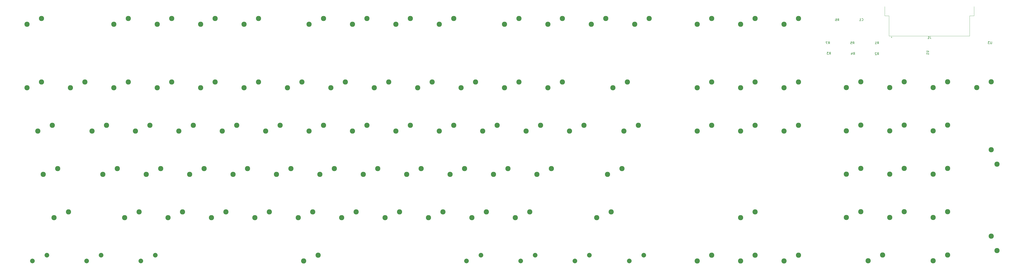
<source format=gbr>
G04 #@! TF.GenerationSoftware,KiCad,Pcbnew,7.0.1*
G04 #@! TF.CreationDate,2024-09-21T18:31:00-05:00*
G04 #@! TF.ProjectId,C128DKEYBOARD,43313238-444b-4455-9942-4f4152442e6b,3.3*
G04 #@! TF.SameCoordinates,Original*
G04 #@! TF.FileFunction,Legend,Bot*
G04 #@! TF.FilePolarity,Positive*
%FSLAX46Y46*%
G04 Gerber Fmt 4.6, Leading zero omitted, Abs format (unit mm)*
G04 Created by KiCad (PCBNEW 7.0.1) date 2024-09-21 18:31:00*
%MOMM*%
%LPD*%
G01*
G04 APERTURE LIST*
%ADD10C,0.150000*%
%ADD11C,0.120000*%
%ADD12C,2.286000*%
%ADD13C,2.032000*%
G04 APERTURE END LIST*
D10*
X433693866Y-139846419D02*
X434027199Y-139370228D01*
X434265294Y-139846419D02*
X434265294Y-138846419D01*
X434265294Y-138846419D02*
X433884342Y-138846419D01*
X433884342Y-138846419D02*
X433789104Y-138894038D01*
X433789104Y-138894038D02*
X433741485Y-138941657D01*
X433741485Y-138941657D02*
X433693866Y-139036895D01*
X433693866Y-139036895D02*
X433693866Y-139179752D01*
X433693866Y-139179752D02*
X433741485Y-139274990D01*
X433741485Y-139274990D02*
X433789104Y-139322609D01*
X433789104Y-139322609D02*
X433884342Y-139370228D01*
X433884342Y-139370228D02*
X434265294Y-139370228D01*
X432741485Y-139846419D02*
X433312913Y-139846419D01*
X433027199Y-139846419D02*
X433027199Y-138846419D01*
X433027199Y-138846419D02*
X433122437Y-138989276D01*
X433122437Y-138989276D02*
X433217675Y-139084514D01*
X433217675Y-139084514D02*
X433312913Y-139132133D01*
X483930704Y-138802019D02*
X483930704Y-139611542D01*
X483930704Y-139611542D02*
X483883085Y-139706780D01*
X483883085Y-139706780D02*
X483835466Y-139754400D01*
X483835466Y-139754400D02*
X483740228Y-139802019D01*
X483740228Y-139802019D02*
X483549752Y-139802019D01*
X483549752Y-139802019D02*
X483454514Y-139754400D01*
X483454514Y-139754400D02*
X483406895Y-139706780D01*
X483406895Y-139706780D02*
X483359276Y-139611542D01*
X483359276Y-139611542D02*
X483359276Y-138802019D01*
X482978323Y-138802019D02*
X482359276Y-138802019D01*
X482359276Y-138802019D02*
X482692609Y-139182971D01*
X482692609Y-139182971D02*
X482549752Y-139182971D01*
X482549752Y-139182971D02*
X482454514Y-139230590D01*
X482454514Y-139230590D02*
X482406895Y-139278209D01*
X482406895Y-139278209D02*
X482359276Y-139373447D01*
X482359276Y-139373447D02*
X482359276Y-139611542D01*
X482359276Y-139611542D02*
X482406895Y-139706780D01*
X482406895Y-139706780D02*
X482454514Y-139754400D01*
X482454514Y-139754400D02*
X482549752Y-139802019D01*
X482549752Y-139802019D02*
X482835466Y-139802019D01*
X482835466Y-139802019D02*
X482930704Y-139754400D01*
X482930704Y-139754400D02*
X482978323Y-139706780D01*
X433668466Y-144658419D02*
X434001799Y-144182228D01*
X434239894Y-144658419D02*
X434239894Y-143658419D01*
X434239894Y-143658419D02*
X433858942Y-143658419D01*
X433858942Y-143658419D02*
X433763704Y-143706038D01*
X433763704Y-143706038D02*
X433716085Y-143753657D01*
X433716085Y-143753657D02*
X433668466Y-143848895D01*
X433668466Y-143848895D02*
X433668466Y-143991752D01*
X433668466Y-143991752D02*
X433716085Y-144086990D01*
X433716085Y-144086990D02*
X433763704Y-144134609D01*
X433763704Y-144134609D02*
X433858942Y-144182228D01*
X433858942Y-144182228D02*
X434239894Y-144182228D01*
X433287513Y-143753657D02*
X433239894Y-143706038D01*
X433239894Y-143706038D02*
X433144656Y-143658419D01*
X433144656Y-143658419D02*
X432906561Y-143658419D01*
X432906561Y-143658419D02*
X432811323Y-143706038D01*
X432811323Y-143706038D02*
X432763704Y-143753657D01*
X432763704Y-143753657D02*
X432716085Y-143848895D01*
X432716085Y-143848895D02*
X432716085Y-143944133D01*
X432716085Y-143944133D02*
X432763704Y-144086990D01*
X432763704Y-144086990D02*
X433335132Y-144658419D01*
X433335132Y-144658419D02*
X432716085Y-144658419D01*
X455219819Y-142915895D02*
X456029342Y-142915895D01*
X456029342Y-142915895D02*
X456124580Y-142963514D01*
X456124580Y-142963514D02*
X456172200Y-143011133D01*
X456172200Y-143011133D02*
X456219819Y-143106371D01*
X456219819Y-143106371D02*
X456219819Y-143296847D01*
X456219819Y-143296847D02*
X456172200Y-143392085D01*
X456172200Y-143392085D02*
X456124580Y-143439704D01*
X456124580Y-143439704D02*
X456029342Y-143487323D01*
X456029342Y-143487323D02*
X455219819Y-143487323D01*
X456219819Y-144487323D02*
X456219819Y-143915895D01*
X456219819Y-144201609D02*
X455219819Y-144201609D01*
X455219819Y-144201609D02*
X455362676Y-144106371D01*
X455362676Y-144106371D02*
X455457914Y-144011133D01*
X455457914Y-144011133D02*
X455505533Y-143915895D01*
X412611866Y-144455219D02*
X412945199Y-143979028D01*
X413183294Y-144455219D02*
X413183294Y-143455219D01*
X413183294Y-143455219D02*
X412802342Y-143455219D01*
X412802342Y-143455219D02*
X412707104Y-143502838D01*
X412707104Y-143502838D02*
X412659485Y-143550457D01*
X412659485Y-143550457D02*
X412611866Y-143645695D01*
X412611866Y-143645695D02*
X412611866Y-143788552D01*
X412611866Y-143788552D02*
X412659485Y-143883790D01*
X412659485Y-143883790D02*
X412707104Y-143931409D01*
X412707104Y-143931409D02*
X412802342Y-143979028D01*
X412802342Y-143979028D02*
X413183294Y-143979028D01*
X412278532Y-143455219D02*
X411659485Y-143455219D01*
X411659485Y-143455219D02*
X411992818Y-143836171D01*
X411992818Y-143836171D02*
X411849961Y-143836171D01*
X411849961Y-143836171D02*
X411754723Y-143883790D01*
X411754723Y-143883790D02*
X411707104Y-143931409D01*
X411707104Y-143931409D02*
X411659485Y-144026647D01*
X411659485Y-144026647D02*
X411659485Y-144264742D01*
X411659485Y-144264742D02*
X411707104Y-144359980D01*
X411707104Y-144359980D02*
X411754723Y-144407600D01*
X411754723Y-144407600D02*
X411849961Y-144455219D01*
X411849961Y-144455219D02*
X412135675Y-144455219D01*
X412135675Y-144455219D02*
X412230913Y-144407600D01*
X412230913Y-144407600D02*
X412278532Y-144359980D01*
X422923866Y-139846419D02*
X423257199Y-139370228D01*
X423495294Y-139846419D02*
X423495294Y-138846419D01*
X423495294Y-138846419D02*
X423114342Y-138846419D01*
X423114342Y-138846419D02*
X423019104Y-138894038D01*
X423019104Y-138894038D02*
X422971485Y-138941657D01*
X422971485Y-138941657D02*
X422923866Y-139036895D01*
X422923866Y-139036895D02*
X422923866Y-139179752D01*
X422923866Y-139179752D02*
X422971485Y-139274990D01*
X422971485Y-139274990D02*
X423019104Y-139322609D01*
X423019104Y-139322609D02*
X423114342Y-139370228D01*
X423114342Y-139370228D02*
X423495294Y-139370228D01*
X422019104Y-138846419D02*
X422495294Y-138846419D01*
X422495294Y-138846419D02*
X422542913Y-139322609D01*
X422542913Y-139322609D02*
X422495294Y-139274990D01*
X422495294Y-139274990D02*
X422400056Y-139227371D01*
X422400056Y-139227371D02*
X422161961Y-139227371D01*
X422161961Y-139227371D02*
X422066723Y-139274990D01*
X422066723Y-139274990D02*
X422019104Y-139322609D01*
X422019104Y-139322609D02*
X421971485Y-139417847D01*
X421971485Y-139417847D02*
X421971485Y-139655942D01*
X421971485Y-139655942D02*
X422019104Y-139751180D01*
X422019104Y-139751180D02*
X422066723Y-139798800D01*
X422066723Y-139798800D02*
X422161961Y-139846419D01*
X422161961Y-139846419D02*
X422400056Y-139846419D01*
X422400056Y-139846419D02*
X422495294Y-139798800D01*
X422495294Y-139798800D02*
X422542913Y-139751180D01*
X426835866Y-129551780D02*
X426883485Y-129599400D01*
X426883485Y-129599400D02*
X427026342Y-129647019D01*
X427026342Y-129647019D02*
X427121580Y-129647019D01*
X427121580Y-129647019D02*
X427264437Y-129599400D01*
X427264437Y-129599400D02*
X427359675Y-129504161D01*
X427359675Y-129504161D02*
X427407294Y-129408923D01*
X427407294Y-129408923D02*
X427454913Y-129218447D01*
X427454913Y-129218447D02*
X427454913Y-129075590D01*
X427454913Y-129075590D02*
X427407294Y-128885114D01*
X427407294Y-128885114D02*
X427359675Y-128789876D01*
X427359675Y-128789876D02*
X427264437Y-128694638D01*
X427264437Y-128694638D02*
X427121580Y-128647019D01*
X427121580Y-128647019D02*
X427026342Y-128647019D01*
X427026342Y-128647019D02*
X426883485Y-128694638D01*
X426883485Y-128694638D02*
X426835866Y-128742257D01*
X425883485Y-129647019D02*
X426454913Y-129647019D01*
X426169199Y-129647019D02*
X426169199Y-128647019D01*
X426169199Y-128647019D02*
X426264437Y-128789876D01*
X426264437Y-128789876D02*
X426359675Y-128885114D01*
X426359675Y-128885114D02*
X426454913Y-128932733D01*
X423152866Y-144582219D02*
X423486199Y-144106028D01*
X423724294Y-144582219D02*
X423724294Y-143582219D01*
X423724294Y-143582219D02*
X423343342Y-143582219D01*
X423343342Y-143582219D02*
X423248104Y-143629838D01*
X423248104Y-143629838D02*
X423200485Y-143677457D01*
X423200485Y-143677457D02*
X423152866Y-143772695D01*
X423152866Y-143772695D02*
X423152866Y-143915552D01*
X423152866Y-143915552D02*
X423200485Y-144010790D01*
X423200485Y-144010790D02*
X423248104Y-144058409D01*
X423248104Y-144058409D02*
X423343342Y-144106028D01*
X423343342Y-144106028D02*
X423724294Y-144106028D01*
X422295723Y-143915552D02*
X422295723Y-144582219D01*
X422533818Y-143534600D02*
X422771913Y-144248885D01*
X422771913Y-144248885D02*
X422152866Y-144248885D01*
X416269466Y-129697819D02*
X416602799Y-129221628D01*
X416840894Y-129697819D02*
X416840894Y-128697819D01*
X416840894Y-128697819D02*
X416459942Y-128697819D01*
X416459942Y-128697819D02*
X416364704Y-128745438D01*
X416364704Y-128745438D02*
X416317085Y-128793057D01*
X416317085Y-128793057D02*
X416269466Y-128888295D01*
X416269466Y-128888295D02*
X416269466Y-129031152D01*
X416269466Y-129031152D02*
X416317085Y-129126390D01*
X416317085Y-129126390D02*
X416364704Y-129174009D01*
X416364704Y-129174009D02*
X416459942Y-129221628D01*
X416459942Y-129221628D02*
X416840894Y-129221628D01*
X415412323Y-128697819D02*
X415602799Y-128697819D01*
X415602799Y-128697819D02*
X415698037Y-128745438D01*
X415698037Y-128745438D02*
X415745656Y-128793057D01*
X415745656Y-128793057D02*
X415840894Y-128935914D01*
X415840894Y-128935914D02*
X415888513Y-129126390D01*
X415888513Y-129126390D02*
X415888513Y-129507342D01*
X415888513Y-129507342D02*
X415840894Y-129602580D01*
X415840894Y-129602580D02*
X415793275Y-129650200D01*
X415793275Y-129650200D02*
X415698037Y-129697819D01*
X415698037Y-129697819D02*
X415507561Y-129697819D01*
X415507561Y-129697819D02*
X415412323Y-129650200D01*
X415412323Y-129650200D02*
X415364704Y-129602580D01*
X415364704Y-129602580D02*
X415317085Y-129507342D01*
X415317085Y-129507342D02*
X415317085Y-129269247D01*
X415317085Y-129269247D02*
X415364704Y-129174009D01*
X415364704Y-129174009D02*
X415412323Y-129126390D01*
X415412323Y-129126390D02*
X415507561Y-129078771D01*
X415507561Y-129078771D02*
X415698037Y-129078771D01*
X415698037Y-129078771D02*
X415793275Y-129126390D01*
X415793275Y-129126390D02*
X415840894Y-129174009D01*
X415840894Y-129174009D02*
X415888513Y-129269247D01*
X412153866Y-139846419D02*
X412487199Y-139370228D01*
X412725294Y-139846419D02*
X412725294Y-138846419D01*
X412725294Y-138846419D02*
X412344342Y-138846419D01*
X412344342Y-138846419D02*
X412249104Y-138894038D01*
X412249104Y-138894038D02*
X412201485Y-138941657D01*
X412201485Y-138941657D02*
X412153866Y-139036895D01*
X412153866Y-139036895D02*
X412153866Y-139179752D01*
X412153866Y-139179752D02*
X412201485Y-139274990D01*
X412201485Y-139274990D02*
X412249104Y-139322609D01*
X412249104Y-139322609D02*
X412344342Y-139370228D01*
X412344342Y-139370228D02*
X412725294Y-139370228D01*
X411820532Y-138846419D02*
X411153866Y-138846419D01*
X411153866Y-138846419D02*
X411582437Y-139846419D01*
X456867933Y-136538919D02*
X456867933Y-137253204D01*
X456867933Y-137253204D02*
X456915552Y-137396061D01*
X456915552Y-137396061D02*
X457010790Y-137491300D01*
X457010790Y-137491300D02*
X457153647Y-137538919D01*
X457153647Y-137538919D02*
X457248885Y-137538919D01*
X455867933Y-137538919D02*
X456439361Y-137538919D01*
X456153647Y-137538919D02*
X456153647Y-136538919D01*
X456153647Y-136538919D02*
X456248885Y-136681776D01*
X456248885Y-136681776D02*
X456344123Y-136777014D01*
X456344123Y-136777014D02*
X456439361Y-136824633D01*
D11*
X440164600Y-137030638D02*
X439914600Y-136597625D01*
X439664600Y-137030638D02*
X440164600Y-137030638D01*
X436924600Y-127496300D02*
X438854600Y-127496300D01*
X438854600Y-136336300D02*
X474214600Y-136336300D01*
X476144600Y-127496300D02*
X476144600Y-123396300D01*
X474214600Y-136336300D02*
X474214600Y-127496300D01*
X439914600Y-136597625D02*
X439664600Y-137030638D01*
X436924600Y-123396300D02*
X436924600Y-127496300D01*
X474214600Y-127496300D02*
X476144600Y-127496300D01*
X438854600Y-127496300D02*
X438854600Y-136336300D01*
D12*
X66865500Y-128651000D03*
X60515500Y-131191000D03*
X104965500Y-128651000D03*
X98615500Y-131191000D03*
X124015500Y-128651000D03*
X117665500Y-131191000D03*
X143065500Y-128651000D03*
X136715500Y-131191000D03*
X162115500Y-128651000D03*
X155765500Y-131191000D03*
X190690500Y-128651000D03*
X184340500Y-131191000D03*
X209740500Y-128651000D03*
X203390500Y-131191000D03*
X228790500Y-128651000D03*
X222440500Y-131191000D03*
X247840500Y-128651000D03*
X241490500Y-131191000D03*
X276415500Y-128651000D03*
X270065500Y-131191000D03*
X295465500Y-128651000D03*
X289115500Y-131191000D03*
X314515500Y-128651000D03*
X308165500Y-131191000D03*
X483730300Y-156514800D03*
X477380300Y-159054800D03*
X426491400Y-156540200D03*
X420141400Y-159080200D03*
X445541400Y-156540200D03*
X439191400Y-159080200D03*
X464591400Y-156540200D03*
X458241400Y-159080200D03*
X104965500Y-156591000D03*
X98615500Y-159131000D03*
X124015500Y-156591000D03*
X117665500Y-159131000D03*
X143065500Y-156591000D03*
X136715500Y-159131000D03*
X162115500Y-156591000D03*
X155765500Y-159131000D03*
X181165500Y-156591000D03*
X174815500Y-159131000D03*
X200215500Y-156591000D03*
X193865500Y-159131000D03*
X219265500Y-156591000D03*
X212915500Y-159131000D03*
X238315500Y-156591000D03*
X231965500Y-159131000D03*
X257365500Y-156591000D03*
X251015500Y-159131000D03*
X276415500Y-156591000D03*
X270065500Y-159131000D03*
X295465500Y-156591000D03*
X289115500Y-159131000D03*
X324040500Y-156591000D03*
X317690500Y-159131000D03*
X486270300Y-192709800D03*
X483730300Y-186359800D03*
X426491400Y-175590200D03*
X420141400Y-178130200D03*
X445541400Y-175590200D03*
X439191400Y-178130200D03*
X464591400Y-175590200D03*
X458241400Y-178130200D03*
X360972100Y-175641000D03*
X354622100Y-178181000D03*
X380022100Y-175641000D03*
X373672100Y-178181000D03*
X399072100Y-175641000D03*
X392722100Y-178181000D03*
X95440500Y-175641000D03*
X89090500Y-178181000D03*
X114490500Y-175641000D03*
X108140500Y-178181000D03*
X133540500Y-175641000D03*
X127190500Y-178181000D03*
X152590500Y-175641000D03*
X146240500Y-178181000D03*
X171640500Y-175641000D03*
X165290500Y-178181000D03*
X190690500Y-175641000D03*
X184340500Y-178181000D03*
X209740500Y-175641000D03*
X203390500Y-178181000D03*
X228790500Y-175641000D03*
X222440500Y-178181000D03*
X247840500Y-175641000D03*
X241490500Y-178181000D03*
X266890500Y-175641000D03*
X260540500Y-178181000D03*
X285940500Y-175641000D03*
X279590500Y-178181000D03*
X304990500Y-175641000D03*
X298640500Y-178181000D03*
X328800500Y-175641000D03*
X322450500Y-178181000D03*
X426491400Y-194640200D03*
X420141400Y-197180200D03*
X445541400Y-194640200D03*
X439191400Y-197180200D03*
X464591400Y-194640200D03*
X458241400Y-197180200D03*
X100190500Y-194691000D03*
X93840500Y-197231000D03*
X138290500Y-194691000D03*
X131940500Y-197231000D03*
X157340500Y-194691000D03*
X150990500Y-197231000D03*
X176390500Y-194691000D03*
X170040500Y-197231000D03*
X195440500Y-194691000D03*
X189090500Y-197231000D03*
X214490500Y-194691000D03*
X208140500Y-197231000D03*
X233540500Y-194691000D03*
X227190500Y-197231000D03*
X252590500Y-194691000D03*
X246240500Y-197231000D03*
X271640500Y-194691000D03*
X265290500Y-197231000D03*
X290690500Y-194691000D03*
X284340500Y-197231000D03*
X321645500Y-194691000D03*
X315295500Y-197231000D03*
X486270300Y-230733600D03*
X483730300Y-224383600D03*
X426491400Y-213690200D03*
X420141400Y-216230200D03*
X445541400Y-213690200D03*
X439191400Y-216230200D03*
X464591400Y-213690200D03*
X458241400Y-216230200D03*
X380022100Y-213741000D03*
X373672100Y-216281000D03*
X109715500Y-213741000D03*
X103365500Y-216281000D03*
X128765500Y-213741000D03*
X122415500Y-216281000D03*
X147815500Y-213741000D03*
X141465500Y-216281000D03*
X166865500Y-213741000D03*
X160515500Y-216281000D03*
X185915500Y-213741000D03*
X179565500Y-216281000D03*
X204965500Y-213741000D03*
X198615500Y-216281000D03*
X224015500Y-213741000D03*
X217665500Y-216281000D03*
X243065500Y-213741000D03*
X236715500Y-216281000D03*
X262115500Y-213741000D03*
X255765500Y-216281000D03*
X281165500Y-213741000D03*
X274815500Y-216281000D03*
X316880500Y-213741000D03*
X310530500Y-216281000D03*
X464591400Y-232740200D03*
X458241400Y-235280200D03*
X436041800Y-232740200D03*
X429691800Y-235280200D03*
X360972100Y-232791000D03*
X354622100Y-235331000D03*
X380022100Y-232791000D03*
X373672100Y-235331000D03*
X399072100Y-232791000D03*
X392722100Y-235331000D03*
D13*
X93050500Y-232791000D03*
X86700500Y-235331000D03*
X116860500Y-232791000D03*
X110510500Y-235331000D03*
D12*
X188295500Y-232791000D03*
X181945500Y-235331000D03*
D13*
X259735500Y-232791000D03*
X253385500Y-235331000D03*
X283545500Y-232791000D03*
X277195500Y-235331000D03*
X307355500Y-232791000D03*
X301005500Y-235331000D03*
X331165500Y-232791000D03*
X324815500Y-235331000D03*
D12*
X360972100Y-156591000D03*
X354622100Y-159131000D03*
X399072100Y-156591000D03*
X392722100Y-159131000D03*
X380022100Y-156591000D03*
X373672100Y-159131000D03*
X360972100Y-128651000D03*
X354622100Y-131191000D03*
X380022100Y-128651000D03*
X373672100Y-131191000D03*
X399072100Y-128651000D03*
X392722100Y-131191000D03*
X71620500Y-175641000D03*
X65270500Y-178181000D03*
X74003500Y-194691000D03*
X67653500Y-197231000D03*
X78765500Y-213741000D03*
X72415500Y-216281000D03*
D13*
X69240500Y-232791000D03*
X62890500Y-235331000D03*
D12*
X119240500Y-194691000D03*
X112890500Y-197231000D03*
X333565500Y-128651000D03*
X327215500Y-131191000D03*
X85915500Y-156591000D03*
X79565500Y-159131000D03*
X66865500Y-156591000D03*
X60515500Y-159131000D03*
M02*

</source>
